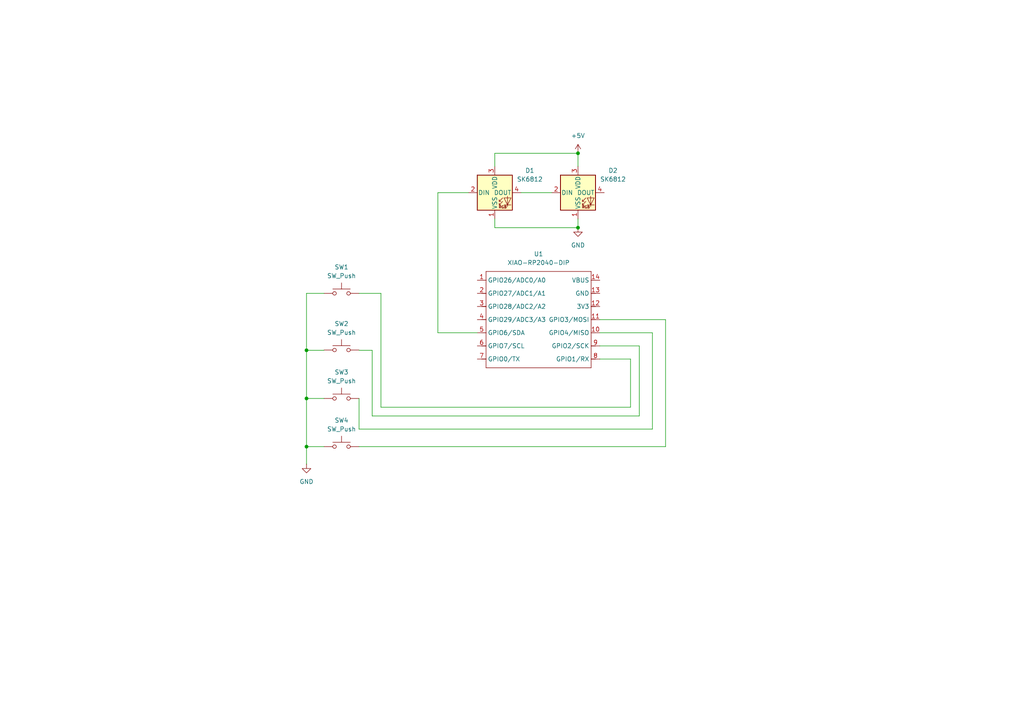
<source format=kicad_sch>
(kicad_sch
	(version 20250114)
	(generator "eeschema")
	(generator_version "9.0")
	(uuid "473f4209-cb25-4c86-91c7-a4a29a1a8247")
	(paper "A4")
	(lib_symbols
		(symbol "LED:SK6812"
			(pin_names
				(offset 0.254)
			)
			(exclude_from_sim no)
			(in_bom yes)
			(on_board yes)
			(property "Reference" "D"
				(at 5.08 5.715 0)
				(effects
					(font
						(size 1.27 1.27)
					)
					(justify right bottom)
				)
			)
			(property "Value" "SK6812"
				(at 1.27 -5.715 0)
				(effects
					(font
						(size 1.27 1.27)
					)
					(justify left top)
				)
			)
			(property "Footprint" "LED_SMD:LED_SK6812_PLCC4_5.0x5.0mm_P3.2mm"
				(at 1.27 -7.62 0)
				(effects
					(font
						(size 1.27 1.27)
					)
					(justify left top)
					(hide yes)
				)
			)
			(property "Datasheet" "https://cdn-shop.adafruit.com/product-files/1138/SK6812+LED+datasheet+.pdf"
				(at 2.54 -9.525 0)
				(effects
					(font
						(size 1.27 1.27)
					)
					(justify left top)
					(hide yes)
				)
			)
			(property "Description" "RGB LED with integrated controller"
				(at 0 0 0)
				(effects
					(font
						(size 1.27 1.27)
					)
					(hide yes)
				)
			)
			(property "ki_keywords" "RGB LED NeoPixel addressable"
				(at 0 0 0)
				(effects
					(font
						(size 1.27 1.27)
					)
					(hide yes)
				)
			)
			(property "ki_fp_filters" "LED*SK6812*PLCC*5.0x5.0mm*P3.2mm*"
				(at 0 0 0)
				(effects
					(font
						(size 1.27 1.27)
					)
					(hide yes)
				)
			)
			(symbol "SK6812_0_0"
				(text "RGB"
					(at 2.286 -4.191 0)
					(effects
						(font
							(size 0.762 0.762)
						)
					)
				)
			)
			(symbol "SK6812_0_1"
				(polyline
					(pts
						(xy 1.27 -2.54) (xy 1.778 -2.54)
					)
					(stroke
						(width 0)
						(type default)
					)
					(fill
						(type none)
					)
				)
				(polyline
					(pts
						(xy 1.27 -3.556) (xy 1.778 -3.556)
					)
					(stroke
						(width 0)
						(type default)
					)
					(fill
						(type none)
					)
				)
				(polyline
					(pts
						(xy 2.286 -1.524) (xy 1.27 -2.54) (xy 1.27 -2.032)
					)
					(stroke
						(width 0)
						(type default)
					)
					(fill
						(type none)
					)
				)
				(polyline
					(pts
						(xy 2.286 -2.54) (xy 1.27 -3.556) (xy 1.27 -3.048)
					)
					(stroke
						(width 0)
						(type default)
					)
					(fill
						(type none)
					)
				)
				(polyline
					(pts
						(xy 3.683 -1.016) (xy 3.683 -3.556) (xy 3.683 -4.064)
					)
					(stroke
						(width 0)
						(type default)
					)
					(fill
						(type none)
					)
				)
				(polyline
					(pts
						(xy 4.699 -1.524) (xy 2.667 -1.524) (xy 3.683 -3.556) (xy 4.699 -1.524)
					)
					(stroke
						(width 0)
						(type default)
					)
					(fill
						(type none)
					)
				)
				(polyline
					(pts
						(xy 4.699 -3.556) (xy 2.667 -3.556)
					)
					(stroke
						(width 0)
						(type default)
					)
					(fill
						(type none)
					)
				)
				(rectangle
					(start 5.08 5.08)
					(end -5.08 -5.08)
					(stroke
						(width 0.254)
						(type default)
					)
					(fill
						(type background)
					)
				)
			)
			(symbol "SK6812_1_1"
				(pin input line
					(at -7.62 0 0)
					(length 2.54)
					(name "DIN"
						(effects
							(font
								(size 1.27 1.27)
							)
						)
					)
					(number "2"
						(effects
							(font
								(size 1.27 1.27)
							)
						)
					)
				)
				(pin power_in line
					(at 0 7.62 270)
					(length 2.54)
					(name "VDD"
						(effects
							(font
								(size 1.27 1.27)
							)
						)
					)
					(number "3"
						(effects
							(font
								(size 1.27 1.27)
							)
						)
					)
				)
				(pin power_in line
					(at 0 -7.62 90)
					(length 2.54)
					(name "VSS"
						(effects
							(font
								(size 1.27 1.27)
							)
						)
					)
					(number "1"
						(effects
							(font
								(size 1.27 1.27)
							)
						)
					)
				)
				(pin output line
					(at 7.62 0 180)
					(length 2.54)
					(name "DOUT"
						(effects
							(font
								(size 1.27 1.27)
							)
						)
					)
					(number "4"
						(effects
							(font
								(size 1.27 1.27)
							)
						)
					)
				)
			)
			(embedded_fonts no)
		)
		(symbol "Seeed_Studio_XIAO_Series:XIAO-RP2040-DIP"
			(exclude_from_sim no)
			(in_bom yes)
			(on_board yes)
			(property "Reference" "U"
				(at 0 0 0)
				(effects
					(font
						(size 1.27 1.27)
					)
				)
			)
			(property "Value" "XIAO-RP2040-DIP"
				(at 5.334 -1.778 0)
				(effects
					(font
						(size 1.27 1.27)
					)
				)
			)
			(property "Footprint" "Module:MOUDLE14P-XIAO-DIP-SMD"
				(at 14.478 -32.258 0)
				(effects
					(font
						(size 1.27 1.27)
					)
					(hide yes)
				)
			)
			(property "Datasheet" ""
				(at 0 0 0)
				(effects
					(font
						(size 1.27 1.27)
					)
					(hide yes)
				)
			)
			(property "Description" ""
				(at 0 0 0)
				(effects
					(font
						(size 1.27 1.27)
					)
					(hide yes)
				)
			)
			(symbol "XIAO-RP2040-DIP_1_0"
				(polyline
					(pts
						(xy -1.27 -2.54) (xy 29.21 -2.54)
					)
					(stroke
						(width 0.1524)
						(type solid)
					)
					(fill
						(type none)
					)
				)
				(polyline
					(pts
						(xy -1.27 -5.08) (xy -2.54 -5.08)
					)
					(stroke
						(width 0.1524)
						(type solid)
					)
					(fill
						(type none)
					)
				)
				(polyline
					(pts
						(xy -1.27 -5.08) (xy -1.27 -2.54)
					)
					(stroke
						(width 0.1524)
						(type solid)
					)
					(fill
						(type none)
					)
				)
				(polyline
					(pts
						(xy -1.27 -8.89) (xy -2.54 -8.89)
					)
					(stroke
						(width 0.1524)
						(type solid)
					)
					(fill
						(type none)
					)
				)
				(polyline
					(pts
						(xy -1.27 -8.89) (xy -1.27 -5.08)
					)
					(stroke
						(width 0.1524)
						(type solid)
					)
					(fill
						(type none)
					)
				)
				(polyline
					(pts
						(xy -1.27 -12.7) (xy -2.54 -12.7)
					)
					(stroke
						(width 0.1524)
						(type solid)
					)
					(fill
						(type none)
					)
				)
				(polyline
					(pts
						(xy -1.27 -12.7) (xy -1.27 -8.89)
					)
					(stroke
						(width 0.1524)
						(type solid)
					)
					(fill
						(type none)
					)
				)
				(polyline
					(pts
						(xy -1.27 -16.51) (xy -2.54 -16.51)
					)
					(stroke
						(width 0.1524)
						(type solid)
					)
					(fill
						(type none)
					)
				)
				(polyline
					(pts
						(xy -1.27 -16.51) (xy -1.27 -12.7)
					)
					(stroke
						(width 0.1524)
						(type solid)
					)
					(fill
						(type none)
					)
				)
				(polyline
					(pts
						(xy -1.27 -20.32) (xy -2.54 -20.32)
					)
					(stroke
						(width 0.1524)
						(type solid)
					)
					(fill
						(type none)
					)
				)
				(polyline
					(pts
						(xy -1.27 -24.13) (xy -2.54 -24.13)
					)
					(stroke
						(width 0.1524)
						(type solid)
					)
					(fill
						(type none)
					)
				)
				(polyline
					(pts
						(xy -1.27 -27.94) (xy -2.54 -27.94)
					)
					(stroke
						(width 0.1524)
						(type solid)
					)
					(fill
						(type none)
					)
				)
				(polyline
					(pts
						(xy -1.27 -30.48) (xy -1.27 -16.51)
					)
					(stroke
						(width 0.1524)
						(type solid)
					)
					(fill
						(type none)
					)
				)
				(polyline
					(pts
						(xy 29.21 -2.54) (xy 29.21 -5.08)
					)
					(stroke
						(width 0.1524)
						(type solid)
					)
					(fill
						(type none)
					)
				)
				(polyline
					(pts
						(xy 29.21 -5.08) (xy 29.21 -8.89)
					)
					(stroke
						(width 0.1524)
						(type solid)
					)
					(fill
						(type none)
					)
				)
				(polyline
					(pts
						(xy 29.21 -8.89) (xy 29.21 -12.7)
					)
					(stroke
						(width 0.1524)
						(type solid)
					)
					(fill
						(type none)
					)
				)
				(polyline
					(pts
						(xy 29.21 -12.7) (xy 29.21 -30.48)
					)
					(stroke
						(width 0.1524)
						(type solid)
					)
					(fill
						(type none)
					)
				)
				(polyline
					(pts
						(xy 29.21 -30.48) (xy -1.27 -30.48)
					)
					(stroke
						(width 0.1524)
						(type solid)
					)
					(fill
						(type none)
					)
				)
				(polyline
					(pts
						(xy 30.48 -5.08) (xy 29.21 -5.08)
					)
					(stroke
						(width 0.1524)
						(type solid)
					)
					(fill
						(type none)
					)
				)
				(polyline
					(pts
						(xy 30.48 -8.89) (xy 29.21 -8.89)
					)
					(stroke
						(width 0.1524)
						(type solid)
					)
					(fill
						(type none)
					)
				)
				(polyline
					(pts
						(xy 30.48 -12.7) (xy 29.21 -12.7)
					)
					(stroke
						(width 0.1524)
						(type solid)
					)
					(fill
						(type none)
					)
				)
				(polyline
					(pts
						(xy 30.48 -16.51) (xy 29.21 -16.51)
					)
					(stroke
						(width 0.1524)
						(type solid)
					)
					(fill
						(type none)
					)
				)
				(polyline
					(pts
						(xy 30.48 -20.32) (xy 29.21 -20.32)
					)
					(stroke
						(width 0.1524)
						(type solid)
					)
					(fill
						(type none)
					)
				)
				(polyline
					(pts
						(xy 30.48 -24.13) (xy 29.21 -24.13)
					)
					(stroke
						(width 0.1524)
						(type solid)
					)
					(fill
						(type none)
					)
				)
				(polyline
					(pts
						(xy 30.48 -27.94) (xy 29.21 -27.94)
					)
					(stroke
						(width 0.1524)
						(type solid)
					)
					(fill
						(type none)
					)
				)
				(pin passive line
					(at -3.81 -5.08 0)
					(length 2.54)
					(name "GPIO26/ADC0/A0"
						(effects
							(font
								(size 1.27 1.27)
							)
						)
					)
					(number "1"
						(effects
							(font
								(size 1.27 1.27)
							)
						)
					)
				)
				(pin passive line
					(at -3.81 -8.89 0)
					(length 2.54)
					(name "GPIO27/ADC1/A1"
						(effects
							(font
								(size 1.27 1.27)
							)
						)
					)
					(number "2"
						(effects
							(font
								(size 1.27 1.27)
							)
						)
					)
				)
				(pin passive line
					(at -3.81 -12.7 0)
					(length 2.54)
					(name "GPIO28/ADC2/A2"
						(effects
							(font
								(size 1.27 1.27)
							)
						)
					)
					(number "3"
						(effects
							(font
								(size 1.27 1.27)
							)
						)
					)
				)
				(pin passive line
					(at -3.81 -16.51 0)
					(length 2.54)
					(name "GPIO29/ADC3/A3"
						(effects
							(font
								(size 1.27 1.27)
							)
						)
					)
					(number "4"
						(effects
							(font
								(size 1.27 1.27)
							)
						)
					)
				)
				(pin passive line
					(at -3.81 -20.32 0)
					(length 2.54)
					(name "GPIO6/SDA"
						(effects
							(font
								(size 1.27 1.27)
							)
						)
					)
					(number "5"
						(effects
							(font
								(size 1.27 1.27)
							)
						)
					)
				)
				(pin passive line
					(at -3.81 -24.13 0)
					(length 2.54)
					(name "GPIO7/SCL"
						(effects
							(font
								(size 1.27 1.27)
							)
						)
					)
					(number "6"
						(effects
							(font
								(size 1.27 1.27)
							)
						)
					)
				)
				(pin passive line
					(at -3.81 -27.94 0)
					(length 2.54)
					(name "GPIO0/TX"
						(effects
							(font
								(size 1.27 1.27)
							)
						)
					)
					(number "7"
						(effects
							(font
								(size 1.27 1.27)
							)
						)
					)
				)
				(pin passive line
					(at 31.75 -5.08 180)
					(length 2.54)
					(name "VBUS"
						(effects
							(font
								(size 1.27 1.27)
							)
						)
					)
					(number "14"
						(effects
							(font
								(size 1.27 1.27)
							)
						)
					)
				)
				(pin passive line
					(at 31.75 -8.89 180)
					(length 2.54)
					(name "GND"
						(effects
							(font
								(size 1.27 1.27)
							)
						)
					)
					(number "13"
						(effects
							(font
								(size 1.27 1.27)
							)
						)
					)
				)
				(pin passive line
					(at 31.75 -12.7 180)
					(length 2.54)
					(name "3V3"
						(effects
							(font
								(size 1.27 1.27)
							)
						)
					)
					(number "12"
						(effects
							(font
								(size 1.27 1.27)
							)
						)
					)
				)
				(pin passive line
					(at 31.75 -16.51 180)
					(length 2.54)
					(name "GPIO3/MOSI"
						(effects
							(font
								(size 1.27 1.27)
							)
						)
					)
					(number "11"
						(effects
							(font
								(size 1.27 1.27)
							)
						)
					)
				)
				(pin passive line
					(at 31.75 -20.32 180)
					(length 2.54)
					(name "GPIO4/MISO"
						(effects
							(font
								(size 1.27 1.27)
							)
						)
					)
					(number "10"
						(effects
							(font
								(size 1.27 1.27)
							)
						)
					)
				)
				(pin passive line
					(at 31.75 -24.13 180)
					(length 2.54)
					(name "GPIO2/SCK"
						(effects
							(font
								(size 1.27 1.27)
							)
						)
					)
					(number "9"
						(effects
							(font
								(size 1.27 1.27)
							)
						)
					)
				)
				(pin passive line
					(at 31.75 -27.94 180)
					(length 2.54)
					(name "GPIO1/RX"
						(effects
							(font
								(size 1.27 1.27)
							)
						)
					)
					(number "8"
						(effects
							(font
								(size 1.27 1.27)
							)
						)
					)
				)
			)
			(embedded_fonts no)
		)
		(symbol "Switch:SW_Push"
			(pin_numbers
				(hide yes)
			)
			(pin_names
				(offset 1.016)
				(hide yes)
			)
			(exclude_from_sim no)
			(in_bom yes)
			(on_board yes)
			(property "Reference" "SW"
				(at 1.27 2.54 0)
				(effects
					(font
						(size 1.27 1.27)
					)
					(justify left)
				)
			)
			(property "Value" "SW_Push"
				(at 0 -1.524 0)
				(effects
					(font
						(size 1.27 1.27)
					)
				)
			)
			(property "Footprint" ""
				(at 0 5.08 0)
				(effects
					(font
						(size 1.27 1.27)
					)
					(hide yes)
				)
			)
			(property "Datasheet" "~"
				(at 0 5.08 0)
				(effects
					(font
						(size 1.27 1.27)
					)
					(hide yes)
				)
			)
			(property "Description" "Push button switch, generic, two pins"
				(at 0 0 0)
				(effects
					(font
						(size 1.27 1.27)
					)
					(hide yes)
				)
			)
			(property "ki_keywords" "switch normally-open pushbutton push-button"
				(at 0 0 0)
				(effects
					(font
						(size 1.27 1.27)
					)
					(hide yes)
				)
			)
			(symbol "SW_Push_0_1"
				(circle
					(center -2.032 0)
					(radius 0.508)
					(stroke
						(width 0)
						(type default)
					)
					(fill
						(type none)
					)
				)
				(polyline
					(pts
						(xy 0 1.27) (xy 0 3.048)
					)
					(stroke
						(width 0)
						(type default)
					)
					(fill
						(type none)
					)
				)
				(circle
					(center 2.032 0)
					(radius 0.508)
					(stroke
						(width 0)
						(type default)
					)
					(fill
						(type none)
					)
				)
				(polyline
					(pts
						(xy 2.54 1.27) (xy -2.54 1.27)
					)
					(stroke
						(width 0)
						(type default)
					)
					(fill
						(type none)
					)
				)
				(pin passive line
					(at -5.08 0 0)
					(length 2.54)
					(name "1"
						(effects
							(font
								(size 1.27 1.27)
							)
						)
					)
					(number "1"
						(effects
							(font
								(size 1.27 1.27)
							)
						)
					)
				)
				(pin passive line
					(at 5.08 0 180)
					(length 2.54)
					(name "2"
						(effects
							(font
								(size 1.27 1.27)
							)
						)
					)
					(number "2"
						(effects
							(font
								(size 1.27 1.27)
							)
						)
					)
				)
			)
			(embedded_fonts no)
		)
		(symbol "power:+5V"
			(power)
			(pin_numbers
				(hide yes)
			)
			(pin_names
				(offset 0)
				(hide yes)
			)
			(exclude_from_sim no)
			(in_bom yes)
			(on_board yes)
			(property "Reference" "#PWR"
				(at 0 -3.81 0)
				(effects
					(font
						(size 1.27 1.27)
					)
					(hide yes)
				)
			)
			(property "Value" "+5V"
				(at 0 3.556 0)
				(effects
					(font
						(size 1.27 1.27)
					)
				)
			)
			(property "Footprint" ""
				(at 0 0 0)
				(effects
					(font
						(size 1.27 1.27)
					)
					(hide yes)
				)
			)
			(property "Datasheet" ""
				(at 0 0 0)
				(effects
					(font
						(size 1.27 1.27)
					)
					(hide yes)
				)
			)
			(property "Description" "Power symbol creates a global label with name \"+5V\""
				(at 0 0 0)
				(effects
					(font
						(size 1.27 1.27)
					)
					(hide yes)
				)
			)
			(property "ki_keywords" "global power"
				(at 0 0 0)
				(effects
					(font
						(size 1.27 1.27)
					)
					(hide yes)
				)
			)
			(symbol "+5V_0_1"
				(polyline
					(pts
						(xy -0.762 1.27) (xy 0 2.54)
					)
					(stroke
						(width 0)
						(type default)
					)
					(fill
						(type none)
					)
				)
				(polyline
					(pts
						(xy 0 2.54) (xy 0.762 1.27)
					)
					(stroke
						(width 0)
						(type default)
					)
					(fill
						(type none)
					)
				)
				(polyline
					(pts
						(xy 0 0) (xy 0 2.54)
					)
					(stroke
						(width 0)
						(type default)
					)
					(fill
						(type none)
					)
				)
			)
			(symbol "+5V_1_1"
				(pin power_in line
					(at 0 0 90)
					(length 0)
					(name "~"
						(effects
							(font
								(size 1.27 1.27)
							)
						)
					)
					(number "1"
						(effects
							(font
								(size 1.27 1.27)
							)
						)
					)
				)
			)
			(embedded_fonts no)
		)
		(symbol "power:GND"
			(power)
			(pin_numbers
				(hide yes)
			)
			(pin_names
				(offset 0)
				(hide yes)
			)
			(exclude_from_sim no)
			(in_bom yes)
			(on_board yes)
			(property "Reference" "#PWR"
				(at 0 -6.35 0)
				(effects
					(font
						(size 1.27 1.27)
					)
					(hide yes)
				)
			)
			(property "Value" "GND"
				(at 0 -3.81 0)
				(effects
					(font
						(size 1.27 1.27)
					)
				)
			)
			(property "Footprint" ""
				(at 0 0 0)
				(effects
					(font
						(size 1.27 1.27)
					)
					(hide yes)
				)
			)
			(property "Datasheet" ""
				(at 0 0 0)
				(effects
					(font
						(size 1.27 1.27)
					)
					(hide yes)
				)
			)
			(property "Description" "Power symbol creates a global label with name \"GND\" , ground"
				(at 0 0 0)
				(effects
					(font
						(size 1.27 1.27)
					)
					(hide yes)
				)
			)
			(property "ki_keywords" "global power"
				(at 0 0 0)
				(effects
					(font
						(size 1.27 1.27)
					)
					(hide yes)
				)
			)
			(symbol "GND_0_1"
				(polyline
					(pts
						(xy 0 0) (xy 0 -1.27) (xy 1.27 -1.27) (xy 0 -2.54) (xy -1.27 -1.27) (xy 0 -1.27)
					)
					(stroke
						(width 0)
						(type default)
					)
					(fill
						(type none)
					)
				)
			)
			(symbol "GND_1_1"
				(pin power_in line
					(at 0 0 270)
					(length 0)
					(name "~"
						(effects
							(font
								(size 1.27 1.27)
							)
						)
					)
					(number "1"
						(effects
							(font
								(size 1.27 1.27)
							)
						)
					)
				)
			)
			(embedded_fonts no)
		)
	)
	(junction
		(at 88.9 101.6)
		(diameter 0)
		(color 0 0 0 0)
		(uuid "2a709ad0-806f-4b90-9022-92c65fb23ccc")
	)
	(junction
		(at 88.9 115.57)
		(diameter 0)
		(color 0 0 0 0)
		(uuid "34f8af7e-9cec-4b79-a471-8511c1603b5b")
	)
	(junction
		(at 167.64 44.45)
		(diameter 0)
		(color 0 0 0 0)
		(uuid "65c40075-fe23-401a-b132-fef0098264cc")
	)
	(junction
		(at 167.64 66.04)
		(diameter 0)
		(color 0 0 0 0)
		(uuid "6784c5a6-056c-4a9b-b894-b36e2a894853")
	)
	(junction
		(at 88.9 129.54)
		(diameter 0)
		(color 0 0 0 0)
		(uuid "82e0615f-9526-4902-9601-ba579f652772")
	)
	(wire
		(pts
			(xy 127 55.88) (xy 127 96.52)
		)
		(stroke
			(width 0)
			(type default)
		)
		(uuid "0c46f07a-d7ec-4cb4-bd2a-14a9ac3a3f2d")
	)
	(wire
		(pts
			(xy 173.99 100.33) (xy 185.42 100.33)
		)
		(stroke
			(width 0)
			(type default)
		)
		(uuid "0cdd355a-9065-40ce-9a5d-2d3f5b776c44")
	)
	(wire
		(pts
			(xy 189.23 96.52) (xy 189.23 124.46)
		)
		(stroke
			(width 0)
			(type default)
		)
		(uuid "27557c86-9650-4be4-9fc4-13bd645d6cb9")
	)
	(wire
		(pts
			(xy 110.49 85.09) (xy 104.14 85.09)
		)
		(stroke
			(width 0)
			(type default)
		)
		(uuid "29d4058c-5c84-4acd-b800-0efd7f6b2fab")
	)
	(wire
		(pts
			(xy 167.64 66.04) (xy 167.64 63.5)
		)
		(stroke
			(width 0)
			(type default)
		)
		(uuid "2ab45e13-bfc8-4425-8398-e029829e8567")
	)
	(wire
		(pts
			(xy 110.49 118.11) (xy 110.49 85.09)
		)
		(stroke
			(width 0)
			(type default)
		)
		(uuid "2e9b0f54-a481-47b1-96e3-ba9632d99174")
	)
	(wire
		(pts
			(xy 182.88 118.11) (xy 110.49 118.11)
		)
		(stroke
			(width 0)
			(type default)
		)
		(uuid "3a6de1b0-071a-4609-8562-1af15ea8522e")
	)
	(wire
		(pts
			(xy 193.04 129.54) (xy 104.14 129.54)
		)
		(stroke
			(width 0)
			(type default)
		)
		(uuid "3df7b1b0-aa59-4344-b4a1-870153fdc091")
	)
	(wire
		(pts
			(xy 88.9 115.57) (xy 88.9 129.54)
		)
		(stroke
			(width 0)
			(type default)
		)
		(uuid "40790c17-07ad-4e9b-bf3f-adfa540d7423")
	)
	(wire
		(pts
			(xy 173.99 104.14) (xy 182.88 104.14)
		)
		(stroke
			(width 0)
			(type default)
		)
		(uuid "43fc06ee-3000-4dfd-a1fb-e83a7c290812")
	)
	(wire
		(pts
			(xy 173.99 92.71) (xy 193.04 92.71)
		)
		(stroke
			(width 0)
			(type default)
		)
		(uuid "47f11de1-e19c-428e-adfa-fef9bce53aa9")
	)
	(wire
		(pts
			(xy 143.51 44.45) (xy 167.64 44.45)
		)
		(stroke
			(width 0)
			(type default)
		)
		(uuid "4cfe94a8-9ae0-4a51-956a-a993ec1ed861")
	)
	(wire
		(pts
			(xy 88.9 129.54) (xy 88.9 134.62)
		)
		(stroke
			(width 0)
			(type default)
		)
		(uuid "55dd2d3f-1556-4096-8d79-17e92c0a9612")
	)
	(wire
		(pts
			(xy 104.14 101.6) (xy 107.95 101.6)
		)
		(stroke
			(width 0)
			(type default)
		)
		(uuid "589f5033-1f31-4682-a631-df76f35f8cec")
	)
	(wire
		(pts
			(xy 104.14 124.46) (xy 104.14 115.57)
		)
		(stroke
			(width 0)
			(type default)
		)
		(uuid "5f3e31e9-13f0-4650-841e-b2ffc8a3e717")
	)
	(wire
		(pts
			(xy 135.89 55.88) (xy 127 55.88)
		)
		(stroke
			(width 0)
			(type default)
		)
		(uuid "65c214ae-0d3b-4aa6-9bab-dbaa02b8951f")
	)
	(wire
		(pts
			(xy 189.23 124.46) (xy 104.14 124.46)
		)
		(stroke
			(width 0)
			(type default)
		)
		(uuid "72df5682-c7da-4573-948a-128acd79dde5")
	)
	(wire
		(pts
			(xy 193.04 92.71) (xy 193.04 129.54)
		)
		(stroke
			(width 0)
			(type default)
		)
		(uuid "7546340a-67c3-48d1-a9fb-cce32945061d")
	)
	(wire
		(pts
			(xy 88.9 115.57) (xy 93.98 115.57)
		)
		(stroke
			(width 0)
			(type default)
		)
		(uuid "808568cf-f64a-4465-ae2b-d03de148c341")
	)
	(wire
		(pts
			(xy 127 96.52) (xy 138.43 96.52)
		)
		(stroke
			(width 0)
			(type default)
		)
		(uuid "82c4ac68-b0b3-4a50-9d5f-bd1c4295a5b9")
	)
	(wire
		(pts
			(xy 88.9 85.09) (xy 88.9 101.6)
		)
		(stroke
			(width 0)
			(type default)
		)
		(uuid "96efd411-f000-4616-999a-3b0aaa6301ce")
	)
	(wire
		(pts
			(xy 182.88 104.14) (xy 182.88 118.11)
		)
		(stroke
			(width 0)
			(type default)
		)
		(uuid "9ba93a62-9c95-421d-8318-0d84f05de414")
	)
	(wire
		(pts
			(xy 185.42 120.65) (xy 185.42 100.33)
		)
		(stroke
			(width 0)
			(type default)
		)
		(uuid "a4f153bf-fc19-429b-ae25-8d4334544fb3")
	)
	(wire
		(pts
			(xy 167.64 44.45) (xy 167.64 48.26)
		)
		(stroke
			(width 0)
			(type default)
		)
		(uuid "b350b499-5dfc-43d0-9566-91bbf831da38")
	)
	(wire
		(pts
			(xy 88.9 101.6) (xy 93.98 101.6)
		)
		(stroke
			(width 0)
			(type default)
		)
		(uuid "b535bbc0-1c3b-4cb0-85ea-f6f814f8eb46")
	)
	(wire
		(pts
			(xy 143.51 48.26) (xy 143.51 44.45)
		)
		(stroke
			(width 0)
			(type default)
		)
		(uuid "be13ed37-0ecc-423a-818e-62eb2db44889")
	)
	(wire
		(pts
			(xy 173.99 96.52) (xy 189.23 96.52)
		)
		(stroke
			(width 0)
			(type default)
		)
		(uuid "c2b0a870-b724-43dd-a7ec-48c68f932923")
	)
	(wire
		(pts
			(xy 88.9 129.54) (xy 93.98 129.54)
		)
		(stroke
			(width 0)
			(type default)
		)
		(uuid "c6f36cf5-6edf-472c-8adf-74559f5f1c90")
	)
	(wire
		(pts
			(xy 107.95 101.6) (xy 107.95 120.65)
		)
		(stroke
			(width 0)
			(type default)
		)
		(uuid "ca92da9b-ef10-4934-9ed3-d700eb15b994")
	)
	(wire
		(pts
			(xy 143.51 63.5) (xy 143.51 66.04)
		)
		(stroke
			(width 0)
			(type default)
		)
		(uuid "d3df3bd7-41f3-452f-beaf-893141e0a20b")
	)
	(wire
		(pts
			(xy 93.98 85.09) (xy 88.9 85.09)
		)
		(stroke
			(width 0)
			(type default)
		)
		(uuid "d7a5dfa9-258f-4f0a-b884-8a0ef38b5393")
	)
	(wire
		(pts
			(xy 151.13 55.88) (xy 160.02 55.88)
		)
		(stroke
			(width 0)
			(type default)
		)
		(uuid "d85c5cc9-b13a-45f8-9dfa-fa288ddccf63")
	)
	(wire
		(pts
			(xy 88.9 101.6) (xy 88.9 115.57)
		)
		(stroke
			(width 0)
			(type default)
		)
		(uuid "d90b8941-9f34-4967-bb80-8e45f3c4244d")
	)
	(wire
		(pts
			(xy 143.51 66.04) (xy 167.64 66.04)
		)
		(stroke
			(width 0)
			(type default)
		)
		(uuid "daf1a38a-539f-4dec-9966-03363f1ae39a")
	)
	(wire
		(pts
			(xy 107.95 120.65) (xy 185.42 120.65)
		)
		(stroke
			(width 0)
			(type default)
		)
		(uuid "e4caebff-6ffa-4824-9d47-318aa072cbfd")
	)
	(symbol
		(lib_id "LED:SK6812")
		(at 167.64 55.88 0)
		(unit 1)
		(exclude_from_sim no)
		(in_bom yes)
		(on_board yes)
		(dnp no)
		(fields_autoplaced yes)
		(uuid "0f14b3a3-d147-43b5-81b4-ea1e2af967b0")
		(property "Reference" "D2"
			(at 177.8 49.4598 0)
			(effects
				(font
					(size 1.27 1.27)
				)
			)
		)
		(property "Value" "SK6812"
			(at 177.8 51.9998 0)
			(effects
				(font
					(size 1.27 1.27)
				)
			)
		)
		(property "Footprint" "LED_SMD:LED_SK6812MINI_PLCC4_3.5x3.5mm_P1.75mm"
			(at 168.91 63.5 0)
			(effects
				(font
					(size 1.27 1.27)
				)
				(justify left top)
				(hide yes)
			)
		)
		(property "Datasheet" "https://cdn-shop.adafruit.com/product-files/1138/SK6812+LED+datasheet+.pdf"
			(at 170.18 65.405 0)
			(effects
				(font
					(size 1.27 1.27)
				)
				(justify left top)
				(hide yes)
			)
		)
		(property "Description" "RGB LED with integrated controller"
			(at 167.64 55.88 0)
			(effects
				(font
					(size 1.27 1.27)
				)
				(hide yes)
			)
		)
		(pin "3"
			(uuid "12f18267-d94b-494f-9dde-75e7b22f78fe")
		)
		(pin "2"
			(uuid "6e60c63f-8d51-4280-9b3a-4a40b0b3cba2")
		)
		(pin "4"
			(uuid "d8158f6d-e8a7-4c42-94f0-2c46c3c4a7a2")
		)
		(pin "1"
			(uuid "9d5919f6-3716-4093-bf78-fee7f2a5fa85")
		)
		(instances
			(project "KiCad Schematic"
				(path "/473f4209-cb25-4c86-91c7-a4a29a1a8247"
					(reference "D2")
					(unit 1)
				)
			)
		)
	)
	(symbol
		(lib_id "power:GND")
		(at 88.9 134.62 0)
		(unit 1)
		(exclude_from_sim no)
		(in_bom yes)
		(on_board yes)
		(dnp no)
		(fields_autoplaced yes)
		(uuid "3a6caf33-a81c-4bea-8ea9-4f66330ec46d")
		(property "Reference" "#PWR03"
			(at 88.9 140.97 0)
			(effects
				(font
					(size 1.27 1.27)
				)
				(hide yes)
			)
		)
		(property "Value" "GND"
			(at 88.9 139.7 0)
			(effects
				(font
					(size 1.27 1.27)
				)
			)
		)
		(property "Footprint" ""
			(at 88.9 134.62 0)
			(effects
				(font
					(size 1.27 1.27)
				)
				(hide yes)
			)
		)
		(property "Datasheet" ""
			(at 88.9 134.62 0)
			(effects
				(font
					(size 1.27 1.27)
				)
				(hide yes)
			)
		)
		(property "Description" "Power symbol creates a global label with name \"GND\" , ground"
			(at 88.9 134.62 0)
			(effects
				(font
					(size 1.27 1.27)
				)
				(hide yes)
			)
		)
		(pin "1"
			(uuid "5d02890c-35dc-4747-8563-be68048006ec")
		)
		(instances
			(project ""
				(path "/473f4209-cb25-4c86-91c7-a4a29a1a8247"
					(reference "#PWR03")
					(unit 1)
				)
			)
		)
	)
	(symbol
		(lib_id "Switch:SW_Push")
		(at 99.055 101.5249 0)
		(unit 1)
		(exclude_from_sim no)
		(in_bom yes)
		(on_board yes)
		(dnp no)
		(fields_autoplaced yes)
		(uuid "481b9b3f-deb0-4eda-a615-ac1bbd7b7f3b")
		(property "Reference" "SW2"
			(at 99.055 93.9049 0)
			(effects
				(font
					(size 1.27 1.27)
				)
			)
		)
		(property "Value" "SW_Push"
			(at 99.055 96.4449 0)
			(effects
				(font
					(size 1.27 1.27)
				)
			)
		)
		(property "Footprint" "Button_Switch_Keyboard:SW_Cherry_MX_1.00u_PCB"
			(at 99.055 96.4449 0)
			(effects
				(font
					(size 1.27 1.27)
				)
				(hide yes)
			)
		)
		(property "Datasheet" "~"
			(at 99.055 96.4449 0)
			(effects
				(font
					(size 1.27 1.27)
				)
				(hide yes)
			)
		)
		(property "Description" "Push button switch, generic, two pins"
			(at 99.055 101.5249 0)
			(effects
				(font
					(size 1.27 1.27)
				)
				(hide yes)
			)
		)
		(pin "1"
			(uuid "e0e43de3-ceb4-4715-a307-60da5c9dd6eb")
		)
		(pin "2"
			(uuid "45ca314f-42fb-46d8-8b30-39bff8e0b76d")
		)
		(instances
			(project "KiCad Schematic"
				(path "/473f4209-cb25-4c86-91c7-a4a29a1a8247"
					(reference "SW2")
					(unit 1)
				)
			)
		)
	)
	(symbol
		(lib_id "power:GND")
		(at 167.64 66.04 0)
		(unit 1)
		(exclude_from_sim no)
		(in_bom yes)
		(on_board yes)
		(dnp no)
		(fields_autoplaced yes)
		(uuid "4dbf5402-e0b3-4a83-a720-3d2462746502")
		(property "Reference" "#PWR02"
			(at 167.64 72.39 0)
			(effects
				(font
					(size 1.27 1.27)
				)
				(hide yes)
			)
		)
		(property "Value" "GND"
			(at 167.64 71.12 0)
			(effects
				(font
					(size 1.27 1.27)
				)
			)
		)
		(property "Footprint" ""
			(at 167.64 66.04 0)
			(effects
				(font
					(size 1.27 1.27)
				)
				(hide yes)
			)
		)
		(property "Datasheet" ""
			(at 167.64 66.04 0)
			(effects
				(font
					(size 1.27 1.27)
				)
				(hide yes)
			)
		)
		(property "Description" "Power symbol creates a global label with name \"GND\" , ground"
			(at 167.64 66.04 0)
			(effects
				(font
					(size 1.27 1.27)
				)
				(hide yes)
			)
		)
		(pin "1"
			(uuid "8324001a-c95c-42d7-80df-0638c4cf0f4e")
		)
		(instances
			(project ""
				(path "/473f4209-cb25-4c86-91c7-a4a29a1a8247"
					(reference "#PWR02")
					(unit 1)
				)
			)
		)
	)
	(symbol
		(lib_id "power:+5V")
		(at 167.64 44.45 0)
		(unit 1)
		(exclude_from_sim no)
		(in_bom yes)
		(on_board yes)
		(dnp no)
		(fields_autoplaced yes)
		(uuid "65aadc11-d05f-449e-8c00-7b92d57da492")
		(property "Reference" "#PWR01"
			(at 167.64 48.26 0)
			(effects
				(font
					(size 1.27 1.27)
				)
				(hide yes)
			)
		)
		(property "Value" "+5V"
			(at 167.64 39.37 0)
			(effects
				(font
					(size 1.27 1.27)
				)
			)
		)
		(property "Footprint" ""
			(at 167.64 44.45 0)
			(effects
				(font
					(size 1.27 1.27)
				)
				(hide yes)
			)
		)
		(property "Datasheet" ""
			(at 167.64 44.45 0)
			(effects
				(font
					(size 1.27 1.27)
				)
				(hide yes)
			)
		)
		(property "Description" "Power symbol creates a global label with name \"+5V\""
			(at 167.64 44.45 0)
			(effects
				(font
					(size 1.27 1.27)
				)
				(hide yes)
			)
		)
		(pin "1"
			(uuid "bb290c53-9d74-4d40-bc36-1b30ad29a4bd")
		)
		(instances
			(project ""
				(path "/473f4209-cb25-4c86-91c7-a4a29a1a8247"
					(reference "#PWR01")
					(unit 1)
				)
			)
		)
	)
	(symbol
		(lib_id "LED:SK6812")
		(at 143.51 55.88 0)
		(unit 1)
		(exclude_from_sim no)
		(in_bom yes)
		(on_board yes)
		(dnp no)
		(fields_autoplaced yes)
		(uuid "862b9bf5-076e-4b6f-9999-a4a523ae4d97")
		(property "Reference" "D1"
			(at 153.67 49.4598 0)
			(effects
				(font
					(size 1.27 1.27)
				)
			)
		)
		(property "Value" "SK6812"
			(at 153.67 51.9998 0)
			(effects
				(font
					(size 1.27 1.27)
				)
			)
		)
		(property "Footprint" "LED_SMD:LED_SK6812MINI_PLCC4_3.5x3.5mm_P1.75mm"
			(at 144.78 63.5 0)
			(effects
				(font
					(size 1.27 1.27)
				)
				(justify left top)
				(hide yes)
			)
		)
		(property "Datasheet" "https://cdn-shop.adafruit.com/product-files/1138/SK6812+LED+datasheet+.pdf"
			(at 146.05 65.405 0)
			(effects
				(font
					(size 1.27 1.27)
				)
				(justify left top)
				(hide yes)
			)
		)
		(property "Description" "RGB LED with integrated controller"
			(at 143.51 55.88 0)
			(effects
				(font
					(size 1.27 1.27)
				)
				(hide yes)
			)
		)
		(pin "3"
			(uuid "1cfa2820-43b2-463e-a9e3-04af99b88774")
		)
		(pin "2"
			(uuid "a0e05137-45b6-4c3e-a44b-1172d72cadc0")
		)
		(pin "4"
			(uuid "8b39b770-593b-4ba4-b5f6-3c62cf9d865e")
		)
		(pin "1"
			(uuid "3e01c9c0-ff67-493c-9314-b64c0c14dccf")
		)
		(instances
			(project ""
				(path "/473f4209-cb25-4c86-91c7-a4a29a1a8247"
					(reference "D1")
					(unit 1)
				)
			)
		)
	)
	(symbol
		(lib_id "Switch:SW_Push")
		(at 99.06 115.57 0)
		(unit 1)
		(exclude_from_sim no)
		(in_bom yes)
		(on_board yes)
		(dnp no)
		(fields_autoplaced yes)
		(uuid "a3bbd2f8-4fa1-4181-a7e1-877e43b4ac80")
		(property "Reference" "SW3"
			(at 99.06 107.95 0)
			(effects
				(font
					(size 1.27 1.27)
				)
			)
		)
		(property "Value" "SW_Push"
			(at 99.06 110.49 0)
			(effects
				(font
					(size 1.27 1.27)
				)
			)
		)
		(property "Footprint" "Button_Switch_Keyboard:SW_Cherry_MX_1.00u_PCB"
			(at 99.06 110.49 0)
			(effects
				(font
					(size 1.27 1.27)
				)
				(hide yes)
			)
		)
		(property "Datasheet" "~"
			(at 99.06 110.49 0)
			(effects
				(font
					(size 1.27 1.27)
				)
				(hide yes)
			)
		)
		(property "Description" "Push button switch, generic, two pins"
			(at 99.06 115.57 0)
			(effects
				(font
					(size 1.27 1.27)
				)
				(hide yes)
			)
		)
		(pin "1"
			(uuid "b8409442-b0a3-47a3-8062-c10899493b3f")
		)
		(pin "2"
			(uuid "bc213751-d076-4fe6-b4b6-50d0a16b8909")
		)
		(instances
			(project "KiCad Schematic"
				(path "/473f4209-cb25-4c86-91c7-a4a29a1a8247"
					(reference "SW3")
					(unit 1)
				)
			)
		)
	)
	(symbol
		(lib_id "Switch:SW_Push")
		(at 99.06 129.54 0)
		(unit 1)
		(exclude_from_sim no)
		(in_bom yes)
		(on_board yes)
		(dnp no)
		(fields_autoplaced yes)
		(uuid "b305047f-596d-403e-bfb7-3a83c6025bd3")
		(property "Reference" "SW4"
			(at 99.06 121.92 0)
			(effects
				(font
					(size 1.27 1.27)
				)
			)
		)
		(property "Value" "SW_Push"
			(at 99.06 124.46 0)
			(effects
				(font
					(size 1.27 1.27)
				)
			)
		)
		(property "Footprint" "Button_Switch_Keyboard:SW_Cherry_MX_1.00u_PCB"
			(at 99.06 124.46 0)
			(effects
				(font
					(size 1.27 1.27)
				)
				(hide yes)
			)
		)
		(property "Datasheet" "~"
			(at 99.06 124.46 0)
			(effects
				(font
					(size 1.27 1.27)
				)
				(hide yes)
			)
		)
		(property "Description" "Push button switch, generic, two pins"
			(at 99.06 129.54 0)
			(effects
				(font
					(size 1.27 1.27)
				)
				(hide yes)
			)
		)
		(pin "1"
			(uuid "e73314ff-5d23-43ad-90bd-3e4263969ce5")
		)
		(pin "2"
			(uuid "a627b965-5201-4504-9255-737f227d7580")
		)
		(instances
			(project "KiCad Schematic"
				(path "/473f4209-cb25-4c86-91c7-a4a29a1a8247"
					(reference "SW4")
					(unit 1)
				)
			)
		)
	)
	(symbol
		(lib_id "Switch:SW_Push")
		(at 99.06 85.09 0)
		(unit 1)
		(exclude_from_sim no)
		(in_bom yes)
		(on_board yes)
		(dnp no)
		(fields_autoplaced yes)
		(uuid "e5464d14-0d1e-4ba1-9fd1-4ece284ab950")
		(property "Reference" "SW1"
			(at 99.06 77.47 0)
			(effects
				(font
					(size 1.27 1.27)
				)
			)
		)
		(property "Value" "SW_Push"
			(at 99.06 80.01 0)
			(effects
				(font
					(size 1.27 1.27)
				)
			)
		)
		(property "Footprint" "Button_Switch_Keyboard:SW_Cherry_MX_1.00u_PCB"
			(at 99.06 80.01 0)
			(effects
				(font
					(size 1.27 1.27)
				)
				(hide yes)
			)
		)
		(property "Datasheet" "~"
			(at 99.06 80.01 0)
			(effects
				(font
					(size 1.27 1.27)
				)
				(hide yes)
			)
		)
		(property "Description" "Push button switch, generic, two pins"
			(at 99.06 85.09 0)
			(effects
				(font
					(size 1.27 1.27)
				)
				(hide yes)
			)
		)
		(pin "1"
			(uuid "95247014-5517-40f8-a5f7-06755e02c3c9")
		)
		(pin "2"
			(uuid "2da43fa5-80a5-402c-8f36-0d89bef0fdf6")
		)
		(instances
			(project ""
				(path "/473f4209-cb25-4c86-91c7-a4a29a1a8247"
					(reference "SW1")
					(unit 1)
				)
			)
		)
	)
	(symbol
		(lib_id "Seeed_Studio_XIAO_Series:XIAO-RP2040-DIP")
		(at 142.24 76.2 0)
		(unit 1)
		(exclude_from_sim no)
		(in_bom yes)
		(on_board yes)
		(dnp no)
		(fields_autoplaced yes)
		(uuid "f9523d62-7965-496c-8e6e-902f621d7666")
		(property "Reference" "U1"
			(at 156.21 73.66 0)
			(effects
				(font
					(size 1.27 1.27)
				)
			)
		)
		(property "Value" "XIAO-RP2040-DIP"
			(at 156.21 76.2 0)
			(effects
				(font
					(size 1.27 1.27)
				)
			)
		)
		(property "Footprint" "Seeed Studio XIAO Series Library:XIAO-RP2040-DIP"
			(at 156.718 108.458 0)
			(effects
				(font
					(size 1.27 1.27)
				)
				(hide yes)
			)
		)
		(property "Datasheet" ""
			(at 142.24 76.2 0)
			(effects
				(font
					(size 1.27 1.27)
				)
				(hide yes)
			)
		)
		(property "Description" ""
			(at 142.24 76.2 0)
			(effects
				(font
					(size 1.27 1.27)
				)
				(hide yes)
			)
		)
		(pin "1"
			(uuid "2bd5fe47-2a65-4de9-ab87-8f45e3bb93dd")
		)
		(pin "2"
			(uuid "387f2beb-2951-4f9c-988a-0fc710be2255")
		)
		(pin "13"
			(uuid "9b207c3b-5819-47ec-bcbe-ca15f173c898")
		)
		(pin "3"
			(uuid "5303889c-1bbd-4a1d-a9be-95d289b4b0dc")
		)
		(pin "4"
			(uuid "e671cc28-5f1f-4655-b9e7-c973d563574f")
		)
		(pin "5"
			(uuid "53573b15-2a2a-403f-81d1-511e681ee90b")
		)
		(pin "6"
			(uuid "b75b4066-08c8-47df-8c0b-8f1386205aea")
		)
		(pin "7"
			(uuid "2f306bbb-2517-460e-b15b-b1825e36ff55")
		)
		(pin "14"
			(uuid "23cc7638-fa3e-4a71-9399-39d7e9f6e949")
		)
		(pin "10"
			(uuid "6d90d279-b540-4fe8-be97-13b1e3ce580c")
		)
		(pin "12"
			(uuid "60f033d6-9968-4348-85e7-9a2dde2bfe74")
		)
		(pin "11"
			(uuid "7b94f722-9107-4897-ba2a-2581af9fa8ce")
		)
		(pin "9"
			(uuid "e157fe3b-02b8-4f2e-9354-c71314b43e76")
		)
		(pin "8"
			(uuid "abe828c5-22e9-4b9d-96ef-1d9b8ca35605")
		)
		(instances
			(project ""
				(path "/473f4209-cb25-4c86-91c7-a4a29a1a8247"
					(reference "U1")
					(unit 1)
				)
			)
		)
	)
	(sheet_instances
		(path "/"
			(page "1")
		)
	)
	(embedded_fonts no)
)

</source>
